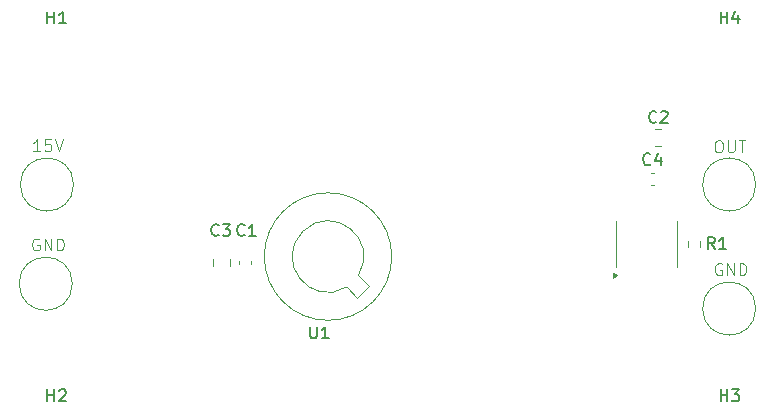
<source format=gbr>
%TF.GenerationSoftware,KiCad,Pcbnew,8.0.5*%
%TF.CreationDate,2024-12-28T23:53:34+01:00*%
%TF.ProjectId,LM399_voltage_reference,4c4d3339-395f-4766-9f6c-746167655f72,rev?*%
%TF.SameCoordinates,Original*%
%TF.FileFunction,Legend,Top*%
%TF.FilePolarity,Positive*%
%FSLAX46Y46*%
G04 Gerber Fmt 4.6, Leading zero omitted, Abs format (unit mm)*
G04 Created by KiCad (PCBNEW 8.0.5) date 2024-12-28 23:53:34*
%MOMM*%
%LPD*%
G01*
G04 APERTURE LIST*
%ADD10C,0.100000*%
%ADD11C,0.150000*%
%ADD12C,0.120000*%
G04 APERTURE END LIST*
D10*
X175627693Y-91072419D02*
X175056265Y-91072419D01*
X175341979Y-91072419D02*
X175341979Y-90072419D01*
X175341979Y-90072419D02*
X175246741Y-90215276D01*
X175246741Y-90215276D02*
X175151503Y-90310514D01*
X175151503Y-90310514D02*
X175056265Y-90358133D01*
X176532455Y-90072419D02*
X176056265Y-90072419D01*
X176056265Y-90072419D02*
X176008646Y-90548609D01*
X176008646Y-90548609D02*
X176056265Y-90500990D01*
X176056265Y-90500990D02*
X176151503Y-90453371D01*
X176151503Y-90453371D02*
X176389598Y-90453371D01*
X176389598Y-90453371D02*
X176484836Y-90500990D01*
X176484836Y-90500990D02*
X176532455Y-90548609D01*
X176532455Y-90548609D02*
X176580074Y-90643847D01*
X176580074Y-90643847D02*
X176580074Y-90881942D01*
X176580074Y-90881942D02*
X176532455Y-90977180D01*
X176532455Y-90977180D02*
X176484836Y-91024800D01*
X176484836Y-91024800D02*
X176389598Y-91072419D01*
X176389598Y-91072419D02*
X176151503Y-91072419D01*
X176151503Y-91072419D02*
X176056265Y-91024800D01*
X176056265Y-91024800D02*
X176008646Y-90977180D01*
X176865789Y-90072419D02*
X177199122Y-91072419D01*
X177199122Y-91072419D02*
X177532455Y-90072419D01*
X233327693Y-100620038D02*
X233232455Y-100572419D01*
X233232455Y-100572419D02*
X233089598Y-100572419D01*
X233089598Y-100572419D02*
X232946741Y-100620038D01*
X232946741Y-100620038D02*
X232851503Y-100715276D01*
X232851503Y-100715276D02*
X232803884Y-100810514D01*
X232803884Y-100810514D02*
X232756265Y-101000990D01*
X232756265Y-101000990D02*
X232756265Y-101143847D01*
X232756265Y-101143847D02*
X232803884Y-101334323D01*
X232803884Y-101334323D02*
X232851503Y-101429561D01*
X232851503Y-101429561D02*
X232946741Y-101524800D01*
X232946741Y-101524800D02*
X233089598Y-101572419D01*
X233089598Y-101572419D02*
X233184836Y-101572419D01*
X233184836Y-101572419D02*
X233327693Y-101524800D01*
X233327693Y-101524800D02*
X233375312Y-101477180D01*
X233375312Y-101477180D02*
X233375312Y-101143847D01*
X233375312Y-101143847D02*
X233184836Y-101143847D01*
X233803884Y-101572419D02*
X233803884Y-100572419D01*
X233803884Y-100572419D02*
X234375312Y-101572419D01*
X234375312Y-101572419D02*
X234375312Y-100572419D01*
X234851503Y-101572419D02*
X234851503Y-100572419D01*
X234851503Y-100572419D02*
X235089598Y-100572419D01*
X235089598Y-100572419D02*
X235232455Y-100620038D01*
X235232455Y-100620038D02*
X235327693Y-100715276D01*
X235327693Y-100715276D02*
X235375312Y-100810514D01*
X235375312Y-100810514D02*
X235422931Y-101000990D01*
X235422931Y-101000990D02*
X235422931Y-101143847D01*
X235422931Y-101143847D02*
X235375312Y-101334323D01*
X235375312Y-101334323D02*
X235327693Y-101429561D01*
X235327693Y-101429561D02*
X235232455Y-101524800D01*
X235232455Y-101524800D02*
X235089598Y-101572419D01*
X235089598Y-101572419D02*
X234851503Y-101572419D01*
X232994360Y-90172419D02*
X233184836Y-90172419D01*
X233184836Y-90172419D02*
X233280074Y-90220038D01*
X233280074Y-90220038D02*
X233375312Y-90315276D01*
X233375312Y-90315276D02*
X233422931Y-90505752D01*
X233422931Y-90505752D02*
X233422931Y-90839085D01*
X233422931Y-90839085D02*
X233375312Y-91029561D01*
X233375312Y-91029561D02*
X233280074Y-91124800D01*
X233280074Y-91124800D02*
X233184836Y-91172419D01*
X233184836Y-91172419D02*
X232994360Y-91172419D01*
X232994360Y-91172419D02*
X232899122Y-91124800D01*
X232899122Y-91124800D02*
X232803884Y-91029561D01*
X232803884Y-91029561D02*
X232756265Y-90839085D01*
X232756265Y-90839085D02*
X232756265Y-90505752D01*
X232756265Y-90505752D02*
X232803884Y-90315276D01*
X232803884Y-90315276D02*
X232899122Y-90220038D01*
X232899122Y-90220038D02*
X232994360Y-90172419D01*
X233851503Y-90172419D02*
X233851503Y-90981942D01*
X233851503Y-90981942D02*
X233899122Y-91077180D01*
X233899122Y-91077180D02*
X233946741Y-91124800D01*
X233946741Y-91124800D02*
X234041979Y-91172419D01*
X234041979Y-91172419D02*
X234232455Y-91172419D01*
X234232455Y-91172419D02*
X234327693Y-91124800D01*
X234327693Y-91124800D02*
X234375312Y-91077180D01*
X234375312Y-91077180D02*
X234422931Y-90981942D01*
X234422931Y-90981942D02*
X234422931Y-90172419D01*
X234756265Y-90172419D02*
X235327693Y-90172419D01*
X235041979Y-91172419D02*
X235041979Y-90172419D01*
X175527693Y-98520038D02*
X175432455Y-98472419D01*
X175432455Y-98472419D02*
X175289598Y-98472419D01*
X175289598Y-98472419D02*
X175146741Y-98520038D01*
X175146741Y-98520038D02*
X175051503Y-98615276D01*
X175051503Y-98615276D02*
X175003884Y-98710514D01*
X175003884Y-98710514D02*
X174956265Y-98900990D01*
X174956265Y-98900990D02*
X174956265Y-99043847D01*
X174956265Y-99043847D02*
X175003884Y-99234323D01*
X175003884Y-99234323D02*
X175051503Y-99329561D01*
X175051503Y-99329561D02*
X175146741Y-99424800D01*
X175146741Y-99424800D02*
X175289598Y-99472419D01*
X175289598Y-99472419D02*
X175384836Y-99472419D01*
X175384836Y-99472419D02*
X175527693Y-99424800D01*
X175527693Y-99424800D02*
X175575312Y-99377180D01*
X175575312Y-99377180D02*
X175575312Y-99043847D01*
X175575312Y-99043847D02*
X175384836Y-99043847D01*
X176003884Y-99472419D02*
X176003884Y-98472419D01*
X176003884Y-98472419D02*
X176575312Y-99472419D01*
X176575312Y-99472419D02*
X176575312Y-98472419D01*
X177051503Y-99472419D02*
X177051503Y-98472419D01*
X177051503Y-98472419D02*
X177289598Y-98472419D01*
X177289598Y-98472419D02*
X177432455Y-98520038D01*
X177432455Y-98520038D02*
X177527693Y-98615276D01*
X177527693Y-98615276D02*
X177575312Y-98710514D01*
X177575312Y-98710514D02*
X177622931Y-98900990D01*
X177622931Y-98900990D02*
X177622931Y-99043847D01*
X177622931Y-99043847D02*
X177575312Y-99234323D01*
X177575312Y-99234323D02*
X177527693Y-99329561D01*
X177527693Y-99329561D02*
X177432455Y-99424800D01*
X177432455Y-99424800D02*
X177289598Y-99472419D01*
X177289598Y-99472419D02*
X177051503Y-99472419D01*
D11*
X232733333Y-99354819D02*
X232400000Y-98878628D01*
X232161905Y-99354819D02*
X232161905Y-98354819D01*
X232161905Y-98354819D02*
X232542857Y-98354819D01*
X232542857Y-98354819D02*
X232638095Y-98402438D01*
X232638095Y-98402438D02*
X232685714Y-98450057D01*
X232685714Y-98450057D02*
X232733333Y-98545295D01*
X232733333Y-98545295D02*
X232733333Y-98688152D01*
X232733333Y-98688152D02*
X232685714Y-98783390D01*
X232685714Y-98783390D02*
X232638095Y-98831009D01*
X232638095Y-98831009D02*
X232542857Y-98878628D01*
X232542857Y-98878628D02*
X232161905Y-98878628D01*
X233685714Y-99354819D02*
X233114286Y-99354819D01*
X233400000Y-99354819D02*
X233400000Y-98354819D01*
X233400000Y-98354819D02*
X233304762Y-98497676D01*
X233304762Y-98497676D02*
X233209524Y-98592914D01*
X233209524Y-98592914D02*
X233114286Y-98640533D01*
X198476095Y-105931819D02*
X198476095Y-106741342D01*
X198476095Y-106741342D02*
X198523714Y-106836580D01*
X198523714Y-106836580D02*
X198571333Y-106884200D01*
X198571333Y-106884200D02*
X198666571Y-106931819D01*
X198666571Y-106931819D02*
X198857047Y-106931819D01*
X198857047Y-106931819D02*
X198952285Y-106884200D01*
X198952285Y-106884200D02*
X198999904Y-106836580D01*
X198999904Y-106836580D02*
X199047523Y-106741342D01*
X199047523Y-106741342D02*
X199047523Y-105931819D01*
X200047523Y-106931819D02*
X199476095Y-106931819D01*
X199761809Y-106931819D02*
X199761809Y-105931819D01*
X199761809Y-105931819D02*
X199666571Y-106074676D01*
X199666571Y-106074676D02*
X199571333Y-106169914D01*
X199571333Y-106169914D02*
X199476095Y-106217533D01*
X233238095Y-80254819D02*
X233238095Y-79254819D01*
X233238095Y-79731009D02*
X233809523Y-79731009D01*
X233809523Y-80254819D02*
X233809523Y-79254819D01*
X234714285Y-79588152D02*
X234714285Y-80254819D01*
X234476190Y-79207200D02*
X234238095Y-79921485D01*
X234238095Y-79921485D02*
X234857142Y-79921485D01*
X227298333Y-92159580D02*
X227250714Y-92207200D01*
X227250714Y-92207200D02*
X227107857Y-92254819D01*
X227107857Y-92254819D02*
X227012619Y-92254819D01*
X227012619Y-92254819D02*
X226869762Y-92207200D01*
X226869762Y-92207200D02*
X226774524Y-92111961D01*
X226774524Y-92111961D02*
X226726905Y-92016723D01*
X226726905Y-92016723D02*
X226679286Y-91826247D01*
X226679286Y-91826247D02*
X226679286Y-91683390D01*
X226679286Y-91683390D02*
X226726905Y-91492914D01*
X226726905Y-91492914D02*
X226774524Y-91397676D01*
X226774524Y-91397676D02*
X226869762Y-91302438D01*
X226869762Y-91302438D02*
X227012619Y-91254819D01*
X227012619Y-91254819D02*
X227107857Y-91254819D01*
X227107857Y-91254819D02*
X227250714Y-91302438D01*
X227250714Y-91302438D02*
X227298333Y-91350057D01*
X228155476Y-91588152D02*
X228155476Y-92254819D01*
X227917381Y-91207200D02*
X227679286Y-91921485D01*
X227679286Y-91921485D02*
X228298333Y-91921485D01*
X176238095Y-80254819D02*
X176238095Y-79254819D01*
X176238095Y-79731009D02*
X176809523Y-79731009D01*
X176809523Y-80254819D02*
X176809523Y-79254819D01*
X177809523Y-80254819D02*
X177238095Y-80254819D01*
X177523809Y-80254819D02*
X177523809Y-79254819D01*
X177523809Y-79254819D02*
X177428571Y-79397676D01*
X177428571Y-79397676D02*
X177333333Y-79492914D01*
X177333333Y-79492914D02*
X177238095Y-79540533D01*
X233238095Y-112254819D02*
X233238095Y-111254819D01*
X233238095Y-111731009D02*
X233809523Y-111731009D01*
X233809523Y-112254819D02*
X233809523Y-111254819D01*
X234190476Y-111254819D02*
X234809523Y-111254819D01*
X234809523Y-111254819D02*
X234476190Y-111635771D01*
X234476190Y-111635771D02*
X234619047Y-111635771D01*
X234619047Y-111635771D02*
X234714285Y-111683390D01*
X234714285Y-111683390D02*
X234761904Y-111731009D01*
X234761904Y-111731009D02*
X234809523Y-111826247D01*
X234809523Y-111826247D02*
X234809523Y-112064342D01*
X234809523Y-112064342D02*
X234761904Y-112159580D01*
X234761904Y-112159580D02*
X234714285Y-112207200D01*
X234714285Y-112207200D02*
X234619047Y-112254819D01*
X234619047Y-112254819D02*
X234333333Y-112254819D01*
X234333333Y-112254819D02*
X234238095Y-112207200D01*
X234238095Y-112207200D02*
X234190476Y-112159580D01*
X190733333Y-98159580D02*
X190685714Y-98207200D01*
X190685714Y-98207200D02*
X190542857Y-98254819D01*
X190542857Y-98254819D02*
X190447619Y-98254819D01*
X190447619Y-98254819D02*
X190304762Y-98207200D01*
X190304762Y-98207200D02*
X190209524Y-98111961D01*
X190209524Y-98111961D02*
X190161905Y-98016723D01*
X190161905Y-98016723D02*
X190114286Y-97826247D01*
X190114286Y-97826247D02*
X190114286Y-97683390D01*
X190114286Y-97683390D02*
X190161905Y-97492914D01*
X190161905Y-97492914D02*
X190209524Y-97397676D01*
X190209524Y-97397676D02*
X190304762Y-97302438D01*
X190304762Y-97302438D02*
X190447619Y-97254819D01*
X190447619Y-97254819D02*
X190542857Y-97254819D01*
X190542857Y-97254819D02*
X190685714Y-97302438D01*
X190685714Y-97302438D02*
X190733333Y-97350057D01*
X191066667Y-97254819D02*
X191685714Y-97254819D01*
X191685714Y-97254819D02*
X191352381Y-97635771D01*
X191352381Y-97635771D02*
X191495238Y-97635771D01*
X191495238Y-97635771D02*
X191590476Y-97683390D01*
X191590476Y-97683390D02*
X191638095Y-97731009D01*
X191638095Y-97731009D02*
X191685714Y-97826247D01*
X191685714Y-97826247D02*
X191685714Y-98064342D01*
X191685714Y-98064342D02*
X191638095Y-98159580D01*
X191638095Y-98159580D02*
X191590476Y-98207200D01*
X191590476Y-98207200D02*
X191495238Y-98254819D01*
X191495238Y-98254819D02*
X191209524Y-98254819D01*
X191209524Y-98254819D02*
X191114286Y-98207200D01*
X191114286Y-98207200D02*
X191066667Y-98159580D01*
X176238095Y-112254819D02*
X176238095Y-111254819D01*
X176238095Y-111731009D02*
X176809523Y-111731009D01*
X176809523Y-112254819D02*
X176809523Y-111254819D01*
X177238095Y-111350057D02*
X177285714Y-111302438D01*
X177285714Y-111302438D02*
X177380952Y-111254819D01*
X177380952Y-111254819D02*
X177619047Y-111254819D01*
X177619047Y-111254819D02*
X177714285Y-111302438D01*
X177714285Y-111302438D02*
X177761904Y-111350057D01*
X177761904Y-111350057D02*
X177809523Y-111445295D01*
X177809523Y-111445295D02*
X177809523Y-111540533D01*
X177809523Y-111540533D02*
X177761904Y-111683390D01*
X177761904Y-111683390D02*
X177190476Y-112254819D01*
X177190476Y-112254819D02*
X177809523Y-112254819D01*
X192933333Y-98159580D02*
X192885714Y-98207200D01*
X192885714Y-98207200D02*
X192742857Y-98254819D01*
X192742857Y-98254819D02*
X192647619Y-98254819D01*
X192647619Y-98254819D02*
X192504762Y-98207200D01*
X192504762Y-98207200D02*
X192409524Y-98111961D01*
X192409524Y-98111961D02*
X192361905Y-98016723D01*
X192361905Y-98016723D02*
X192314286Y-97826247D01*
X192314286Y-97826247D02*
X192314286Y-97683390D01*
X192314286Y-97683390D02*
X192361905Y-97492914D01*
X192361905Y-97492914D02*
X192409524Y-97397676D01*
X192409524Y-97397676D02*
X192504762Y-97302438D01*
X192504762Y-97302438D02*
X192647619Y-97254819D01*
X192647619Y-97254819D02*
X192742857Y-97254819D01*
X192742857Y-97254819D02*
X192885714Y-97302438D01*
X192885714Y-97302438D02*
X192933333Y-97350057D01*
X193885714Y-98254819D02*
X193314286Y-98254819D01*
X193600000Y-98254819D02*
X193600000Y-97254819D01*
X193600000Y-97254819D02*
X193504762Y-97397676D01*
X193504762Y-97397676D02*
X193409524Y-97492914D01*
X193409524Y-97492914D02*
X193314286Y-97540533D01*
X227798333Y-88579580D02*
X227750714Y-88627200D01*
X227750714Y-88627200D02*
X227607857Y-88674819D01*
X227607857Y-88674819D02*
X227512619Y-88674819D01*
X227512619Y-88674819D02*
X227369762Y-88627200D01*
X227369762Y-88627200D02*
X227274524Y-88531961D01*
X227274524Y-88531961D02*
X227226905Y-88436723D01*
X227226905Y-88436723D02*
X227179286Y-88246247D01*
X227179286Y-88246247D02*
X227179286Y-88103390D01*
X227179286Y-88103390D02*
X227226905Y-87912914D01*
X227226905Y-87912914D02*
X227274524Y-87817676D01*
X227274524Y-87817676D02*
X227369762Y-87722438D01*
X227369762Y-87722438D02*
X227512619Y-87674819D01*
X227512619Y-87674819D02*
X227607857Y-87674819D01*
X227607857Y-87674819D02*
X227750714Y-87722438D01*
X227750714Y-87722438D02*
X227798333Y-87770057D01*
X228179286Y-87770057D02*
X228226905Y-87722438D01*
X228226905Y-87722438D02*
X228322143Y-87674819D01*
X228322143Y-87674819D02*
X228560238Y-87674819D01*
X228560238Y-87674819D02*
X228655476Y-87722438D01*
X228655476Y-87722438D02*
X228703095Y-87770057D01*
X228703095Y-87770057D02*
X228750714Y-87865295D01*
X228750714Y-87865295D02*
X228750714Y-87960533D01*
X228750714Y-87960533D02*
X228703095Y-88103390D01*
X228703095Y-88103390D02*
X228131667Y-88674819D01*
X228131667Y-88674819D02*
X228750714Y-88674819D01*
D12*
%TO.C,R1*%
X230442500Y-99154724D02*
X230442500Y-98645276D01*
X231487500Y-99154724D02*
X231487500Y-98645276D01*
%TO.C,U1*%
X201582331Y-102572281D02*
X202494499Y-103484448D01*
X202494499Y-103484448D02*
X203484448Y-102494499D01*
X203484448Y-102494499D02*
X202572281Y-101582331D01*
X201582331Y-102572281D02*
G75*
G02*
X202572150Y-101582544I-1582331J2572281D01*
G01*
X205400000Y-100000000D02*
G75*
G02*
X194600000Y-100000000I-5400000J0D01*
G01*
X194600000Y-100000000D02*
G75*
G02*
X205400000Y-100000000I5400000J0D01*
G01*
%TO.C,TP4*%
X178350000Y-102300000D02*
G75*
G02*
X173850000Y-102300000I-2250000J0D01*
G01*
X173850000Y-102300000D02*
G75*
G02*
X178350000Y-102300000I2250000J0D01*
G01*
%TO.C,TP3*%
X178450000Y-93900000D02*
G75*
G02*
X173950000Y-93900000I-2250000J0D01*
G01*
X173950000Y-93900000D02*
G75*
G02*
X178450000Y-93900000I2250000J0D01*
G01*
%TO.C,C4*%
X227318733Y-92890000D02*
X227611267Y-92890000D01*
X227318733Y-93910000D02*
X227611267Y-93910000D01*
%TO.C,U2*%
X224405000Y-98900000D02*
X224405000Y-96950000D01*
X224405000Y-98900000D02*
X224405000Y-100850000D01*
X229525000Y-98900000D02*
X229525000Y-96950000D01*
X229525000Y-98900000D02*
X229525000Y-100850000D01*
X224500000Y-101600000D02*
X224170000Y-101840000D01*
X224170000Y-101360000D01*
X224500000Y-101600000D01*
G36*
X224500000Y-101600000D02*
G01*
X224170000Y-101840000D01*
X224170000Y-101360000D01*
X224500000Y-101600000D01*
G37*
%TO.C,C3*%
X190265000Y-100238748D02*
X190265000Y-100761252D01*
X191735000Y-100238748D02*
X191735000Y-100761252D01*
%TO.C,TP1*%
X236215000Y-93900000D02*
G75*
G02*
X231715000Y-93900000I-2250000J0D01*
G01*
X231715000Y-93900000D02*
G75*
G02*
X236215000Y-93900000I2250000J0D01*
G01*
%TO.C,C1*%
X192490000Y-100353733D02*
X192490000Y-100646267D01*
X193510000Y-100353733D02*
X193510000Y-100646267D01*
%TO.C,C2*%
X227703748Y-89165000D02*
X228226252Y-89165000D01*
X227703748Y-90635000D02*
X228226252Y-90635000D01*
%TO.C,TP2*%
X236215000Y-104400000D02*
G75*
G02*
X231715000Y-104400000I-2250000J0D01*
G01*
X231715000Y-104400000D02*
G75*
G02*
X236215000Y-104400000I2250000J0D01*
G01*
%TD*%
M02*

</source>
